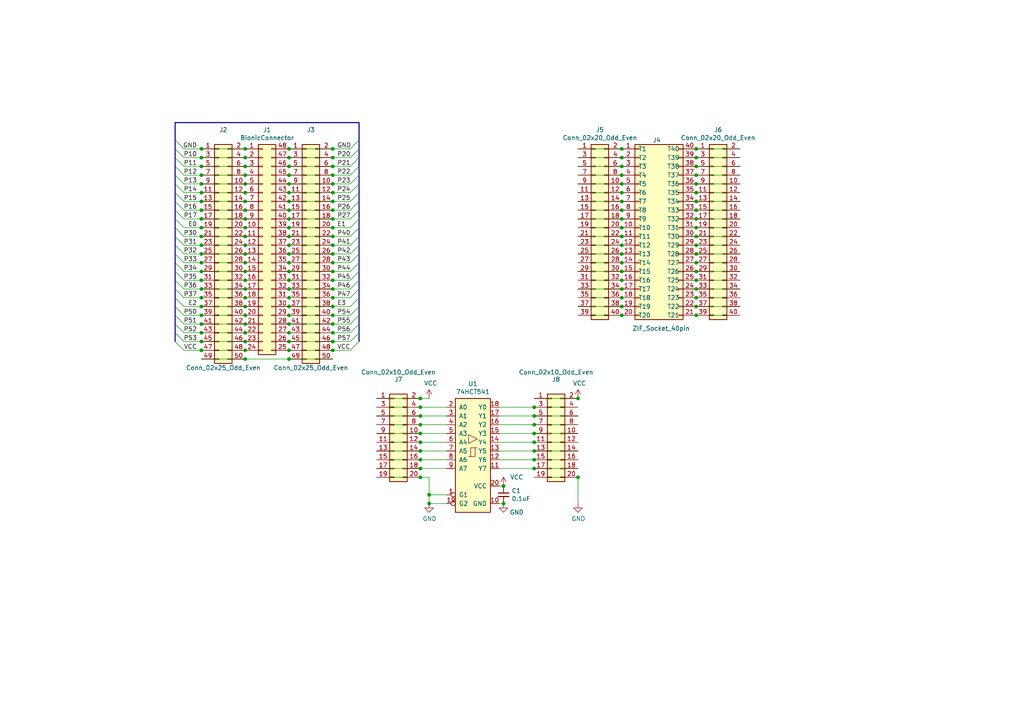
<source format=kicad_sch>
(kicad_sch (version 20211123) (generator eeschema)
  (paper "A4")
  (title_block (title "BionicMezzanine DIP40") (date "2021-11-03") (rev "1") (company "Tadashi G. Takaoka"))
  (lib_symbols
    (symbol "0-LocalLibrary:74HCT541" (pin_names (offset 1.016))
      (property "Reference" "U" (at -7.62 16.51 0))
      (property "Value" "74HCT541" (at -7.62 -20.32 0))
      (symbol "74HCT541_1_0"
        (pin input inverted (at -7.62 -12.7 0) (length 2.54) (name "G1") (number "1"))
        (pin power_in line (at 7.62 -15.24 180) (length 2.54) (name "GND") (number "10"))
        (pin output line (at 7.62 -5.08 180) (length 2.54) (name "Y7") (number "11"))
        (pin output line (at 7.62 -2.54 180) (length 2.54) (name "Y6") (number "12"))
        (pin output line (at 7.62 0 180) (length 2.54) (name "Y5") (number "13"))
        (pin output line (at 7.62 2.54 180) (length 2.54) (name "Y4") (number "14"))
        (pin output line (at 7.62 5.08 180) (length 2.54) (name "Y3") (number "15"))
        (pin output line (at 7.62 7.62 180) (length 2.54) (name "Y2") (number "16"))
        (pin output line (at 7.62 10.16 180) (length 2.54) (name "Y1") (number "17"))
        (pin output line (at 7.62 12.7 180) (length 2.54) (name "Y0") (number "18"))
        (pin input inverted (at -7.62 -15.24 0) (length 2.54) (name "G2") (number "19"))
        (pin input line (at -7.62 12.7 0) (length 2.54) (name "A0") (number "2"))
        (pin power_in line (at 7.62 -10.16 180) (length 2.54) (name "VCC") (number "20"))
        (pin input line (at -7.62 10.16 0) (length 2.54) (name "A1") (number "3"))
        (pin input line (at -7.62 7.62 0) (length 2.54) (name "A2") (number "4"))
        (pin input line (at -7.62 5.08 0) (length 2.54) (name "A3") (number "5"))
        (pin input line (at -7.62 2.54 0) (length 2.54) (name "A4") (number "6"))
        (pin input line (at -7.62 0 0) (length 2.54) (name "A5") (number "7"))
        (pin input line (at -7.62 -2.54 0) (length 2.54) (name "A6") (number "8"))
        (pin input line (at -7.62 -5.08 0) (length 2.54) (name "A7") (number "9"))
      )
    )
    (symbol "0-LocalLibrary:BionicConnector" (pin_names (offset 0) hide)
      (property "Reference" "J" (at 3.81 30.48 0))
      (property "Value" "BionicConnector" (at 3.81 33.02 0))
      (symbol "BionicConnector_1_1"
        (pin power_out line (at -5.08 27.94 0) (length 3.81) (name "GND") (number "1"))
        (pin bidirectional line (at -5.08 5.08 0) (length 3.81) (name "E0") (number "10"))
        (pin bidirectional line (at -5.08 2.54 0) (length 3.81) (name "P20") (number "11"))
        (pin bidirectional line (at -5.08 0 0) (length 3.81) (name "P21") (number "12"))
        (pin bidirectional line (at -5.08 -2.54 0) (length 3.81) (name "P22") (number "13"))
        (pin bidirectional line (at -5.08 -5.08 0) (length 3.81) (name "P23") (number "14"))
        (pin bidirectional line (at -5.08 -7.62 0) (length 3.81) (name "P24") (number "15"))
        (pin bidirectional line (at -5.08 -10.16 0) (length 3.81) (name "P25") (number "16"))
        (pin bidirectional line (at -5.08 -12.7 0) (length 3.81) (name "P26") (number "17"))
        (pin bidirectional line (at -5.08 -15.24 0) (length 3.81) (name "P27") (number "18"))
        (pin bidirectional line (at -5.08 -17.78 0) (length 3.81) (name "E2") (number "19"))
        (pin bidirectional line (at -5.08 25.4 0) (length 3.81) (name "P10") (number "2"))
        (pin bidirectional line (at -5.08 -20.32 0) (length 3.81) (name "P50") (number "20"))
        (pin bidirectional line (at -5.08 -22.86 0) (length 3.81) (name "P51") (number "21"))
        (pin bidirectional line (at -5.08 -25.4 0) (length 3.81) (name "P52") (number "22"))
        (pin bidirectional line (at -5.08 -27.94 0) (length 3.81) (name "P53") (number "23"))
        (pin power_out line (at -5.08 -30.48 0) (length 3.81) (name "VCC") (number "24"))
        (pin power_in line (at 7.62 -30.48 180) (length 3.81) (name "VCC") (number "25"))
        (pin bidirectional line (at 7.62 -27.94 180) (length 3.81) (name "P57") (number "26"))
        (pin bidirectional line (at 7.62 -25.4 180) (length 3.81) (name "P56") (number "27"))
        (pin bidirectional line (at 7.62 -22.86 180) (length 3.81) (name "P55") (number "28"))
        (pin bidirectional line (at 7.62 -20.32 180) (length 3.81) (name "P54") (number "29"))
        (pin bidirectional line (at -5.08 22.86 0) (length 3.81) (name "P11") (number "3"))
        (pin bidirectional line (at 7.62 -17.78 180) (length 3.81) (name "E3") (number "30"))
        (pin bidirectional line (at 7.62 -15.24 180) (length 3.81) (name "P47") (number "31"))
        (pin bidirectional line (at 7.62 -12.7 180) (length 3.81) (name "P46") (number "32"))
        (pin bidirectional line (at 7.62 -10.16 180) (length 3.81) (name "P45") (number "33"))
        (pin bidirectional line (at 7.62 -7.62 180) (length 3.81) (name "P44") (number "34"))
        (pin bidirectional line (at 7.62 -5.08 180) (length 3.81) (name "P43") (number "35"))
        (pin bidirectional line (at 7.62 -2.54 180) (length 3.81) (name "P42") (number "36"))
        (pin bidirectional line (at 7.62 0 180) (length 3.81) (name "P41") (number "37"))
        (pin bidirectional line (at 7.62 2.54 180) (length 3.81) (name "P40") (number "38"))
        (pin bidirectional line (at 7.62 5.08 180) (length 3.81) (name "E1") (number "39"))
        (pin bidirectional line (at -5.08 20.32 0) (length 3.81) (name "P12") (number "4"))
        (pin bidirectional line (at 7.62 7.62 180) (length 3.81) (name "P37") (number "40"))
        (pin bidirectional line (at 7.62 10.16 180) (length 3.81) (name "P36") (number "41"))
        (pin bidirectional line (at 7.62 12.7 180) (length 3.81) (name "P35") (number "42"))
        (pin bidirectional line (at 7.62 15.24 180) (length 3.81) (name "P34") (number "43"))
        (pin bidirectional line (at 7.62 17.78 180) (length 3.81) (name "P33") (number "44"))
        (pin bidirectional line (at 7.62 20.32 180) (length 3.81) (name "P32") (number "45"))
        (pin bidirectional line (at 7.62 22.86 180) (length 3.81) (name "P31") (number "46"))
        (pin bidirectional line (at 7.62 25.4 180) (length 3.81) (name "P30") (number "47"))
        (pin power_in line (at 7.62 27.94 180) (length 3.81) (name "GND") (number "48"))
        (pin bidirectional line (at -5.08 17.78 0) (length 3.81) (name "P13") (number "5"))
        (pin bidirectional line (at -5.08 15.24 0) (length 3.81) (name "P14") (number "6"))
        (pin bidirectional line (at -5.08 12.7 0) (length 3.81) (name "P15") (number "7"))
        (pin bidirectional line (at -5.08 10.16 0) (length 3.81) (name "P16") (number "8"))
        (pin bidirectional line (at -5.08 7.62 0) (length 3.81) (name "P17") (number "9"))
      )
    )
    (symbol "0-LocalLibrary:ZIF_Socket_40pin" (pin_names (offset 1.016))
      (property "Reference" "J" (at 3.81 25.4 0))
      (property "Value" "ZIF_Socket_40pin" (at 5.08 -30.48 0))
      (symbol "ZIF_Socket_40pin_1_1"
        (pin passive line (at -5.08 22.86 0) (length 3.81) (name "T1") (number "1"))
        (pin passive line (at -5.08 0 0) (length 3.81) (name "T10") (number "10"))
        (pin passive line (at -5.08 -2.54 0) (length 3.81) (name "T11") (number "11"))
        (pin passive line (at -5.08 -5.08 0) (length 3.81) (name "T12") (number "12"))
        (pin passive line (at -5.08 -7.62 0) (length 3.81) (name "T13") (number "13"))
        (pin passive line (at -5.08 -10.16 0) (length 3.81) (name "T14") (number "14"))
        (pin passive line (at -5.08 -12.7 0) (length 3.81) (name "T15") (number "15"))
        (pin passive line (at -5.08 -15.24 0) (length 3.81) (name "T16") (number "16"))
        (pin passive line (at -5.08 -17.78 0) (length 3.81) (name "T17") (number "17"))
        (pin passive line (at -5.08 -20.32 0) (length 3.81) (name "T18") (number "18"))
        (pin passive line (at -5.08 -22.86 0) (length 3.81) (name "T19") (number "19"))
        (pin passive line (at -5.08 20.32 0) (length 3.81) (name "T2") (number "2"))
        (pin passive line (at -5.08 -25.4 0) (length 3.81) (name "T20") (number "20"))
        (pin passive line (at 16.51 -25.4 180) (length 3.81) (name "T21") (number "21"))
        (pin passive line (at 16.51 -22.86 180) (length 3.81) (name "T22") (number "22"))
        (pin passive line (at 16.51 -20.32 180) (length 3.81) (name "T23") (number "23"))
        (pin passive line (at 16.51 -17.78 180) (length 3.81) (name "T24") (number "24"))
        (pin passive line (at 16.51 -15.24 180) (length 3.81) (name "T25") (number "25"))
        (pin passive line (at 16.51 -12.7 180) (length 3.81) (name "T26") (number "26"))
        (pin passive line (at 16.51 -10.16 180) (length 3.81) (name "T27") (number "27"))
        (pin passive line (at 16.51 -7.62 180) (length 3.81) (name "T28") (number "28"))
        (pin passive line (at 16.51 -5.08 180) (length 3.81) (name "T29") (number "29"))
        (pin passive line (at -5.08 17.78 0) (length 3.81) (name "T3") (number "3"))
        (pin passive line (at 16.51 -2.54 180) (length 3.81) (name "T30") (number "30"))
        (pin passive line (at 16.51 0 180) (length 3.81) (name "T31") (number "31"))
        (pin passive line (at 16.51 2.54 180) (length 3.81) (name "T32") (number "32"))
        (pin passive line (at 16.51 5.08 180) (length 3.81) (name "T33") (number "33"))
        (pin passive line (at 16.51 7.62 180) (length 3.81) (name "T34") (number "34"))
        (pin passive line (at 16.51 10.16 180) (length 3.81) (name "T35") (number "35"))
        (pin passive line (at 16.51 12.7 180) (length 3.81) (name "T36") (number "36"))
        (pin passive line (at 16.51 15.24 180) (length 3.81) (name "T37") (number "37"))
        (pin passive line (at 16.51 17.78 180) (length 3.81) (name "T38") (number "38"))
        (pin passive line (at 16.51 20.32 180) (length 3.81) (name "T39") (number "39"))
        (pin passive line (at -5.08 15.24 0) (length 3.81) (name "T4") (number "4"))
        (pin passive line (at 16.51 22.86 180) (length 3.81) (name "T40") (number "40"))
        (pin passive line (at -5.08 12.7 0) (length 3.81) (name "T5") (number "5"))
        (pin passive line (at -5.08 10.16 0) (length 3.81) (name "T6") (number "6"))
        (pin passive line (at -5.08 7.62 0) (length 3.81) (name "T7") (number "7"))
        (pin passive line (at -5.08 5.08 0) (length 3.81) (name "T8") (number "8"))
        (pin passive line (at -5.08 2.54 0) (length 3.81) (name "T9") (number "9"))
      )
    )
    (symbol "Connector_Generic:Conn_02x10_Odd_Even" (pin_names (offset 1.016) hide)
      (property "Reference" "J" (at 1.27 12.7 0))
      (property "Value" "Conn_02x10_Odd_Even" (at 1.27 -15.24 0))
      (symbol "Conn_02x10_Odd_Even_1_1"
        (pin passive line (at -5.08 10.16 0) (length 3.81) (name "Pin_1") (number "1"))
        (pin passive line (at 7.62 0 180) (length 3.81) (name "Pin_10") (number "10"))
        (pin passive line (at -5.08 -2.54 0) (length 3.81) (name "Pin_11") (number "11"))
        (pin passive line (at 7.62 -2.54 180) (length 3.81) (name "Pin_12") (number "12"))
        (pin passive line (at -5.08 -5.08 0) (length 3.81) (name "Pin_13") (number "13"))
        (pin passive line (at 7.62 -5.08 180) (length 3.81) (name "Pin_14") (number "14"))
        (pin passive line (at -5.08 -7.62 0) (length 3.81) (name "Pin_15") (number "15"))
        (pin passive line (at 7.62 -7.62 180) (length 3.81) (name "Pin_16") (number "16"))
        (pin passive line (at -5.08 -10.16 0) (length 3.81) (name "Pin_17") (number "17"))
        (pin passive line (at 7.62 -10.16 180) (length 3.81) (name "Pin_18") (number "18"))
        (pin passive line (at -5.08 -12.7 0) (length 3.81) (name "Pin_19") (number "19"))
        (pin passive line (at 7.62 10.16 180) (length 3.81) (name "Pin_2") (number "2"))
        (pin passive line (at 7.62 -12.7 180) (length 3.81) (name "Pin_20") (number "20"))
        (pin passive line (at -5.08 7.62 0) (length 3.81) (name "Pin_3") (number "3"))
        (pin passive line (at 7.62 7.62 180) (length 3.81) (name "Pin_4") (number "4"))
        (pin passive line (at -5.08 5.08 0) (length 3.81) (name "Pin_5") (number "5"))
        (pin passive line (at 7.62 5.08 180) (length 3.81) (name "Pin_6") (number "6"))
        (pin passive line (at -5.08 2.54 0) (length 3.81) (name "Pin_7") (number "7"))
        (pin passive line (at 7.62 2.54 180) (length 3.81) (name "Pin_8") (number "8"))
        (pin passive line (at -5.08 0 0) (length 3.81) (name "Pin_9") (number "9"))
      )
    )
    (symbol "Connector_Generic:Conn_02x20_Odd_Even" (pin_names (offset 1.016) hide)
      (property "Reference" "J" (at 1.27 25.4 0))
      (property "Value" "Conn_02x20_Odd_Even" (at 1.27 -27.94 0))
      (symbol "Conn_02x20_Odd_Even_1_1"
        (pin passive line (at -5.08 22.86 0) (length 3.81) (name "Pin_1") (number "1"))
        (pin passive line (at 7.62 12.7 180) (length 3.81) (name "Pin_10") (number "10"))
        (pin passive line (at -5.08 10.16 0) (length 3.81) (name "Pin_11") (number "11"))
        (pin passive line (at 7.62 10.16 180) (length 3.81) (name "Pin_12") (number "12"))
        (pin passive line (at -5.08 7.62 0) (length 3.81) (name "Pin_13") (number "13"))
        (pin passive line (at 7.62 7.62 180) (length 3.81) (name "Pin_14") (number "14"))
        (pin passive line (at -5.08 5.08 0) (length 3.81) (name "Pin_15") (number "15"))
        (pin passive line (at 7.62 5.08 180) (length 3.81) (name "Pin_16") (number "16"))
        (pin passive line (at -5.08 2.54 0) (length 3.81) (name "Pin_17") (number "17"))
        (pin passive line (at 7.62 2.54 180) (length 3.81) (name "Pin_18") (number "18"))
        (pin passive line (at -5.08 0 0) (length 3.81) (name "Pin_19") (number "19"))
        (pin passive line (at 7.62 22.86 180) (length 3.81) (name "Pin_2") (number "2"))
        (pin passive line (at 7.62 0 180) (length 3.81) (name "Pin_20") (number "20"))
        (pin passive line (at -5.08 -2.54 0) (length 3.81) (name "Pin_21") (number "21"))
        (pin passive line (at 7.62 -2.54 180) (length 3.81) (name "Pin_22") (number "22"))
        (pin passive line (at -5.08 -5.08 0) (length 3.81) (name "Pin_23") (number "23"))
        (pin passive line (at 7.62 -5.08 180) (length 3.81) (name "Pin_24") (number "24"))
        (pin passive line (at -5.08 -7.62 0) (length 3.81) (name "Pin_25") (number "25"))
        (pin passive line (at 7.62 -7.62 180) (length 3.81) (name "Pin_26") (number "26"))
        (pin passive line (at -5.08 -10.16 0) (length 3.81) (name "Pin_27") (number "27"))
        (pin passive line (at 7.62 -10.16 180) (length 3.81) (name "Pin_28") (number "28"))
        (pin passive line (at -5.08 -12.7 0) (length 3.81) (name "Pin_29") (number "29"))
        (pin passive line (at -5.08 20.32 0) (length 3.81) (name "Pin_3") (number "3"))
        (pin passive line (at 7.62 -12.7 180) (length 3.81) (name "Pin_30") (number "30"))
        (pin passive line (at -5.08 -15.24 0) (length 3.81) (name "Pin_31") (number "31"))
        (pin passive line (at 7.62 -15.24 180) (length 3.81) (name "Pin_32") (number "32"))
        (pin passive line (at -5.08 -17.78 0) (length 3.81) (name "Pin_33") (number "33"))
        (pin passive line (at 7.62 -17.78 180) (length 3.81) (name "Pin_34") (number "34"))
        (pin passive line (at -5.08 -20.32 0) (length 3.81) (name "Pin_35") (number "35"))
        (pin passive line (at 7.62 -20.32 180) (length 3.81) (name "Pin_36") (number "36"))
        (pin passive line (at -5.08 -22.86 0) (length 3.81) (name "Pin_37") (number "37"))
        (pin passive line (at 7.62 -22.86 180) (length 3.81) (name "Pin_38") (number "38"))
        (pin passive line (at -5.08 -25.4 0) (length 3.81) (name "Pin_39") (number "39"))
        (pin passive line (at 7.62 20.32 180) (length 3.81) (name "Pin_4") (number "4"))
        (pin passive line (at 7.62 -25.4 180) (length 3.81) (name "Pin_40") (number "40"))
        (pin passive line (at -5.08 17.78 0) (length 3.81) (name "Pin_5") (number "5"))
        (pin passive line (at 7.62 17.78 180) (length 3.81) (name "Pin_6") (number "6"))
        (pin passive line (at -5.08 15.24 0) (length 3.81) (name "Pin_7") (number "7"))
        (pin passive line (at 7.62 15.24 180) (length 3.81) (name "Pin_8") (number "8"))
        (pin passive line (at -5.08 12.7 0) (length 3.81) (name "Pin_9") (number "9"))
      )
    )
    (symbol "Connector_Generic:Conn_02x25_Odd_Even" (pin_names (offset 1.016) hide)
      (property "Reference" "J" (at 1.27 33.02 0))
      (property "Value" "Conn_02x25_Odd_Even" (at 1.27 -33.02 0))
      (symbol "Conn_02x25_Odd_Even_1_1"
        (pin passive line (at -5.08 30.48 0) (length 3.81) (name "Pin_1") (number "1"))
        (pin passive line (at 7.62 20.32 180) (length 3.81) (name "Pin_10") (number "10"))
        (pin passive line (at -5.08 17.78 0) (length 3.81) (name "Pin_11") (number "11"))
        (pin passive line (at 7.62 17.78 180) (length 3.81) (name "Pin_12") (number "12"))
        (pin passive line (at -5.08 15.24 0) (length 3.81) (name "Pin_13") (number "13"))
        (pin passive line (at 7.62 15.24 180) (length 3.81) (name "Pin_14") (number "14"))
        (pin passive line (at -5.08 12.7 0) (length 3.81) (name "Pin_15") (number "15"))
        (pin passive line (at 7.62 12.7 180) (length 3.81) (name "Pin_16") (number "16"))
        (pin passive line (at -5.08 10.16 0) (length 3.81) (name "Pin_17") (number "17"))
        (pin passive line (at 7.62 10.16 180) (length 3.81) (name "Pin_18") (number "18"))
        (pin passive line (at -5.08 7.62 0) (length 3.81) (name "Pin_19") (number "19"))
        (pin passive line (at 7.62 30.48 180) (length 3.81) (name "Pin_2") (number "2"))
        (pin passive line (at 7.62 7.62 180) (length 3.81) (name "Pin_20") (number "20"))
        (pin passive line (at -5.08 5.08 0) (length 3.81) (name "Pin_21") (number "21"))
        (pin passive line (at 7.62 5.08 180) (length 3.81) (name "Pin_22") (number "22"))
        (pin passive line (at -5.08 2.54 0) (length 3.81) (name "Pin_23") (number "23"))
        (pin passive line (at 7.62 2.54 180) (length 3.81) (name "Pin_24") (number "24"))
        (pin passive line (at -5.08 0 0) (length 3.81) (name "Pin_25") (number "25"))
        (pin passive line (at 7.62 0 180) (length 3.81) (name "Pin_26") (number "26"))
        (pin passive line (at -5.08 -2.54 0) (length 3.81) (name "Pin_27") (number "27"))
        (pin passive line (at 7.62 -2.54 180) (length 3.81) (name "Pin_28") (number "28"))
        (pin passive line (at -5.08 -5.08 0) (length 3.81) (name "Pin_29") (number "29"))
        (pin passive line (at -5.08 27.94 0) (length 3.81) (name "Pin_3") (number "3"))
        (pin passive line (at 7.62 -5.08 180) (length 3.81) (name "Pin_30") (number "30"))
        (pin passive line (at -5.08 -7.62 0) (length 3.81) (name "Pin_31") (number "31"))
        (pin passive line (at 7.62 -7.62 180) (length 3.81) (name "Pin_32") (number "32"))
        (pin passive line (at -5.08 -10.16 0) (length 3.81) (name "Pin_33") (number "33"))
        (pin passive line (at 7.62 -10.16 180) (length 3.81) (name "Pin_34") (number "34"))
        (pin passive line (at -5.08 -12.7 0) (length 3.81) (name "Pin_35") (number "35"))
        (pin passive line (at 7.62 -12.7 180) (length 3.81) (name "Pin_36") (number "36"))
        (pin passive line (at -5.08 -15.24 0) (length 3.81) (name "Pin_37") (number "37"))
        (pin passive line (at 7.62 -15.24 180) (length 3.81) (name "Pin_38") (number "38"))
        (pin passive line (at -5.08 -17.78 0) (length 3.81) (name "Pin_39") (number "39"))
        (pin passive line (at 7.62 27.94 180) (length 3.81) (name "Pin_4") (number "4"))
        (pin passive line (at 7.62 -17.78 180) (length 3.81) (name "Pin_40") (number "40"))
        (pin passive line (at -5.08 -20.32 0) (length 3.81) (name "Pin_41") (number "41"))
        (pin passive line (at 7.62 -20.32 180) (length 3.81) (name "Pin_42") (number "42"))
        (pin passive line (at -5.08 -22.86 0) (length 3.81) (name "Pin_43") (number "43"))
        (pin passive line (at 7.62 -22.86 180) (length 3.81) (name "Pin_44") (number "44"))
        (pin passive line (at -5.08 -25.4 0) (length 3.81) (name "Pin_45") (number "45"))
        (pin passive line (at 7.62 -25.4 180) (length 3.81) (name "Pin_46") (number "46"))
        (pin passive line (at -5.08 -27.94 0) (length 3.81) (name "Pin_47") (number "47"))
        (pin passive line (at 7.62 -27.94 180) (length 3.81) (name "Pin_48") (number "48"))
        (pin passive line (at -5.08 -30.48 0) (length 3.81) (name "Pin_49") (number "49"))
        (pin passive line (at -5.08 25.4 0) (length 3.81) (name "Pin_5") (number "5"))
        (pin passive line (at 7.62 -30.48 180) (length 3.81) (name "Pin_50") (number "50"))
        (pin passive line (at 7.62 25.4 180) (length 3.81) (name "Pin_6") (number "6"))
        (pin passive line (at -5.08 22.86 0) (length 3.81) (name "Pin_7") (number "7"))
        (pin passive line (at 7.62 22.86 180) (length 3.81) (name "Pin_8") (number "8"))
        (pin passive line (at -5.08 20.32 0) (length 3.81) (name "Pin_9") (number "9"))
      )
    )
    (symbol "Device:C_Small" (pin_numbers hide) (pin_names (offset 0.254) hide)
      (property "Reference" "C" (at 0.254 1.778 0))
      (property "Value" "C_Small" (at 0.254 -2.032 0))
      (symbol "C_Small_1_1"
        (pin passive line (at 0 2.54 270) (length 2.032) (name "~") (number "1"))
        (pin passive line (at 0 -2.54 90) (length 2.032) (name "~") (number "2"))
      )
    )
    (symbol "power:GND" (power) (pin_names (offset 0))
      (property "Value" "GND" (at 0 -3.81 0))
      (symbol "GND_1_1"
        (pin power_in line (at 0 0 270) (length 0) hide (name "GND") (number "1"))
      )
    )
    (symbol "power:VCC" (power) (pin_names (offset 0))
      (property "Value" "VCC" (at 0 3.81 0))
      (symbol "VCC_1_1"
        (pin power_in line (at 0 0 90) (length 0) hide (name "VCC") (number "1"))
      )
    )
  )
  (junction (at 180.34 86.36))
  (junction (at 58.42 93.98))
  (junction (at 58.42 50.8))
  (junction (at 83.82 99.06))
  (junction (at 96.52 81.28))
  (junction (at 71.12 60.96))
  (junction (at 201.93 68.58))
  (junction (at 58.42 76.2))
  (junction (at 121.92 120.65))
  (junction (at 71.12 50.8))
  (junction (at 201.93 66.04))
  (junction (at 201.93 45.72))
  (junction (at 154.94 130.81))
  (junction (at 201.93 71.12))
  (junction (at 180.34 91.44))
  (junction (at 71.12 48.26))
  (junction (at 201.93 58.42))
  (junction (at 96.52 88.9))
  (junction (at 96.52 101.6))
  (junction (at 58.42 83.82))
  (junction (at 121.92 138.43))
  (junction (at 201.93 50.8))
  (junction (at 83.82 43.18))
  (junction (at 96.52 83.82))
  (junction (at 58.42 45.72))
  (junction (at 201.93 86.36))
  (junction (at 83.82 63.5))
  (junction (at 83.82 96.52))
  (junction (at 58.42 53.34))
  (junction (at 96.52 43.18))
  (junction (at 58.42 48.26))
  (junction (at 83.82 104.14))
  (junction (at 180.34 45.72))
  (junction (at 58.42 58.42))
  (junction (at 71.12 81.28))
  (junction (at 71.12 53.34))
  (junction (at 154.94 133.35))
  (junction (at 180.34 48.26))
  (junction (at 201.93 81.28))
  (junction (at 154.94 118.11))
  (junction (at 83.82 91.44))
  (junction (at 154.94 120.65))
  (junction (at 58.42 78.74))
  (junction (at 201.93 91.44))
  (junction (at 201.93 55.88))
  (junction (at 96.52 99.06))
  (junction (at 71.12 58.42))
  (junction (at 71.12 86.36))
  (junction (at 83.82 68.58))
  (junction (at 71.12 83.82))
  (junction (at 180.34 78.74))
  (junction (at 180.34 53.34))
  (junction (at 71.12 93.98))
  (junction (at 83.82 83.82))
  (junction (at 121.92 135.89))
  (junction (at 146.05 146.05))
  (junction (at 58.42 96.52))
  (junction (at 121.92 123.19))
  (junction (at 154.94 125.73))
  (junction (at 180.34 83.82))
  (junction (at 83.82 55.88))
  (junction (at 58.42 63.5))
  (junction (at 71.12 71.12))
  (junction (at 201.93 43.18))
  (junction (at 96.52 60.96))
  (junction (at 71.12 104.14))
  (junction (at 96.52 76.2))
  (junction (at 96.52 93.98))
  (junction (at 180.34 60.96))
  (junction (at 180.34 71.12))
  (junction (at 71.12 101.6))
  (junction (at 83.82 93.98))
  (junction (at 71.12 45.72))
  (junction (at 83.82 58.42))
  (junction (at 71.12 43.18))
  (junction (at 96.52 58.42))
  (junction (at 180.34 88.9))
  (junction (at 201.93 60.96))
  (junction (at 83.82 66.04))
  (junction (at 83.82 53.34))
  (junction (at 180.34 81.28))
  (junction (at 96.52 55.88))
  (junction (at 180.34 55.88))
  (junction (at 83.82 48.26))
  (junction (at 58.42 81.28))
  (junction (at 154.94 128.27))
  (junction (at 180.34 43.18))
  (junction (at 96.52 63.5))
  (junction (at 121.92 133.35))
  (junction (at 180.34 58.42))
  (junction (at 180.34 63.5))
  (junction (at 83.82 76.2))
  (junction (at 83.82 78.74))
  (junction (at 58.42 73.66))
  (junction (at 58.42 68.58))
  (junction (at 180.34 76.2))
  (junction (at 121.92 128.27))
  (junction (at 96.52 86.36))
  (junction (at 58.42 88.9))
  (junction (at 71.12 78.74))
  (junction (at 83.82 101.6))
  (junction (at 83.82 81.28))
  (junction (at 96.52 66.04))
  (junction (at 71.12 99.06))
  (junction (at 154.94 123.19))
  (junction (at 201.93 76.2))
  (junction (at 71.12 63.5))
  (junction (at 146.05 140.97))
  (junction (at 58.42 71.12))
  (junction (at 96.52 73.66))
  (junction (at 124.46 143.51))
  (junction (at 124.46 146.05))
  (junction (at 96.52 50.8))
  (junction (at 180.34 50.8))
  (junction (at 58.42 60.96))
  (junction (at 71.12 96.52))
  (junction (at 96.52 91.44))
  (junction (at 201.93 88.9))
  (junction (at 180.34 66.04))
  (junction (at 71.12 76.2))
  (junction (at 83.82 60.96))
  (junction (at 58.42 55.88))
  (junction (at 121.92 130.81))
  (junction (at 180.34 68.58))
  (junction (at 201.93 53.34))
  (junction (at 96.52 96.52))
  (junction (at 201.93 48.26))
  (junction (at 121.92 125.73))
  (junction (at 71.12 73.66))
  (junction (at 83.82 50.8))
  (junction (at 201.93 63.5))
  (junction (at 83.82 45.72))
  (junction (at 96.52 53.34))
  (junction (at 58.42 86.36))
  (junction (at 71.12 91.44))
  (junction (at 58.42 43.18))
  (junction (at 96.52 48.26))
  (junction (at 58.42 101.6))
  (junction (at 121.92 115.57))
  (junction (at 71.12 68.58))
  (junction (at 167.64 115.57))
  (junction (at 83.82 71.12))
  (junction (at 83.82 86.36))
  (junction (at 96.52 68.58))
  (junction (at 201.93 73.66))
  (junction (at 71.12 88.9))
  (junction (at 121.92 118.11))
  (junction (at 58.42 66.04))
  (junction (at 58.42 91.44))
  (junction (at 167.64 138.43))
  (junction (at 96.52 45.72))
  (junction (at 58.42 99.06))
  (junction (at 201.93 78.74))
  (junction (at 201.93 83.82))
  (junction (at 71.12 55.88))
  (junction (at 71.12 66.04))
  (junction (at 83.82 88.9))
  (junction (at 96.52 78.74))
  (junction (at 96.52 71.12))
  (junction (at 83.82 73.66))
  (junction (at 154.94 135.89))
  (junction (at 180.34 73.66))
  (bus_entry (at 104.14 99.06) (size -2.54 2.54))
  (bus_entry (at 50.8 60.96) (size 2.54 2.54))
  (bus_entry (at 104.14 66.04) (size -2.54 2.54))
  (bus_entry (at 50.8 71.12) (size 2.54 2.54))
  (bus_entry (at 104.14 81.28) (size -2.54 2.54))
  (bus_entry (at 50.8 58.42) (size 2.54 2.54))
  (bus_entry (at 50.8 73.66) (size 2.54 2.54))
  (bus_entry (at 104.14 88.9) (size -2.54 2.54))
  (bus_entry (at 104.14 63.5) (size -2.54 2.54))
  (bus_entry (at 50.8 78.74) (size 2.54 2.54))
  (bus_entry (at 104.14 91.44) (size -2.54 2.54))
  (bus_entry (at 50.8 93.98) (size 2.54 2.54))
  (bus_entry (at 50.8 43.18) (size 2.54 2.54))
  (bus_entry (at 50.8 99.06) (size 2.54 2.54))
  (bus_entry (at 104.14 78.74) (size -2.54 2.54))
  (bus_entry (at 50.8 66.04) (size 2.54 2.54))
  (bus_entry (at 50.8 83.82) (size 2.54 2.54))
  (bus_entry (at 50.8 45.72) (size 2.54 2.54))
  (bus_entry (at 104.14 50.8) (size -2.54 2.54))
  (bus_entry (at 104.14 73.66) (size -2.54 2.54))
  (bus_entry (at 104.14 96.52) (size -2.54 2.54))
  (bus_entry (at 50.8 63.5) (size 2.54 2.54))
  (bus_entry (at 104.14 55.88) (size -2.54 2.54))
  (bus_entry (at 104.14 53.34) (size -2.54 2.54))
  (bus_entry (at 104.14 83.82) (size -2.54 2.54))
  (bus_entry (at 50.8 40.64) (size 2.54 2.54))
  (bus_entry (at 104.14 60.96) (size -2.54 2.54))
  (bus_entry (at 104.14 68.58) (size -2.54 2.54))
  (bus_entry (at 50.8 53.34) (size 2.54 2.54))
  (bus_entry (at 50.8 50.8) (size 2.54 2.54))
  (bus_entry (at 104.14 71.12) (size -2.54 2.54))
  (bus_entry (at 50.8 88.9) (size 2.54 2.54))
  (bus_entry (at 50.8 96.52) (size 2.54 2.54))
  (bus_entry (at 50.8 76.2) (size 2.54 2.54))
  (bus_entry (at 50.8 55.88) (size 2.54 2.54))
  (bus_entry (at 104.14 93.98) (size -2.54 2.54))
  (bus_entry (at 50.8 48.26) (size 2.54 2.54))
  (bus_entry (at 104.14 40.64) (size -2.54 2.54))
  (bus_entry (at 50.8 91.44) (size 2.54 2.54))
  (bus_entry (at 104.14 45.72) (size -2.54 2.54))
  (bus_entry (at 104.14 76.2) (size -2.54 2.54))
  (bus_entry (at 104.14 86.36) (size -2.54 2.54))
  (bus_entry (at 50.8 86.36) (size 2.54 2.54))
  (bus_entry (at 104.14 48.26) (size -2.54 2.54))
  (bus_entry (at 50.8 81.28) (size 2.54 2.54))
  (bus_entry (at 104.14 43.18) (size -2.54 2.54))
  (bus_entry (at 50.8 68.58) (size 2.54 2.54))
  (bus_entry (at 104.14 58.42) (size -2.54 2.54))
  (wire (pts (xy 214.63 83.82) (xy 201.93 83.82)))
  (wire (pts (xy 53.34 101.6) (xy 58.42 101.6)))
  (wire (pts (xy 201.93 76.2) (xy 214.63 76.2)))
  (wire (pts (xy 101.6 99.06) (xy 96.52 99.06)))
  (wire (pts (xy 214.63 63.5) (xy 201.93 63.5)))
  (wire (pts (xy 109.22 130.81) (xy 121.92 130.81)))
  (bus (pts (xy 50.8 81.28) (xy 50.8 83.82)))
  (wire (pts (xy 167.64 125.73) (xy 154.94 125.73)))
  (wire (pts (xy 96.52 50.8) (xy 101.6 50.8)))
  (bus (pts (xy 104.14 86.36) (xy 104.14 88.9)))
  (wire (pts (xy 58.42 96.52) (xy 71.12 96.52)))
  (bus (pts (xy 50.8 50.8) (xy 50.8 53.34)))
  (wire (pts (xy 121.92 115.57) (xy 109.22 115.57)))
  (bus (pts (xy 50.8 63.5) (xy 50.8 66.04)))
  (wire (pts (xy 58.42 104.14) (xy 71.12 104.14)))
  (wire (pts (xy 96.52 68.58) (xy 101.6 68.58)))
  (wire (pts (xy 167.64 73.66) (xy 180.34 73.66)))
  (wire (pts (xy 58.42 88.9) (xy 53.34 88.9)))
  (wire (pts (xy 58.42 50.8) (xy 53.34 50.8)))
  (wire (pts (xy 154.94 120.65) (xy 144.78 120.65)))
  (wire (pts (xy 180.34 91.44) (xy 167.64 91.44)))
  (bus (pts (xy 50.8 93.98) (xy 50.8 96.52)))
  (wire (pts (xy 144.78 140.97) (xy 146.05 140.97)))
  (wire (pts (xy 96.52 66.04) (xy 101.6 66.04)))
  (wire (pts (xy 121.92 130.81) (xy 129.54 130.81)))
  (wire (pts (xy 58.42 73.66) (xy 53.34 73.66)))
  (wire (pts (xy 71.12 48.26) (xy 58.42 48.26)))
  (wire (pts (xy 167.64 135.89) (xy 154.94 135.89)))
  (wire (pts (xy 129.54 123.19) (xy 121.92 123.19)))
  (bus (pts (xy 50.8 43.18) (xy 50.8 45.72)))
  (wire (pts (xy 180.34 55.88) (xy 167.64 55.88)))
  (wire (pts (xy 121.92 138.43) (xy 109.22 138.43)))
  (wire (pts (xy 53.34 99.06) (xy 58.42 99.06)))
  (bus (pts (xy 50.8 78.74) (xy 50.8 81.28)))
  (wire (pts (xy 53.34 53.34) (xy 58.42 53.34)))
  (wire (pts (xy 58.42 50.8) (xy 71.12 50.8)))
  (wire (pts (xy 96.52 48.26) (xy 83.82 48.26)))
  (wire (pts (xy 214.63 53.34) (xy 201.93 53.34)))
  (wire (pts (xy 58.42 48.26) (xy 53.34 48.26)))
  (wire (pts (xy 167.64 83.82) (xy 180.34 83.82)))
  (bus (pts (xy 104.14 76.2) (xy 104.14 78.74)))
  (wire (pts (xy 96.52 78.74) (xy 101.6 78.74)))
  (bus (pts (xy 104.14 48.26) (xy 104.14 50.8)))
  (wire (pts (xy 96.52 63.5) (xy 101.6 63.5)))
  (wire (pts (xy 58.42 66.04) (xy 71.12 66.04)))
  (wire (pts (xy 121.92 135.89) (xy 129.54 135.89)))
  (wire (pts (xy 201.93 91.44) (xy 214.63 91.44)))
  (bus (pts (xy 104.14 60.96) (xy 104.14 63.5)))
  (wire (pts (xy 96.52 53.34) (xy 101.6 53.34)))
  (wire (pts (xy 124.46 115.57) (xy 121.92 115.57)))
  (wire (pts (xy 201.93 81.28) (xy 214.63 81.28)))
  (wire (pts (xy 124.46 143.51) (xy 129.54 143.51)))
  (wire (pts (xy 96.52 43.18) (xy 83.82 43.18)))
  (wire (pts (xy 58.42 45.72) (xy 71.12 45.72)))
  (wire (pts (xy 180.34 86.36) (xy 167.64 86.36)))
  (wire (pts (xy 96.52 73.66) (xy 101.6 73.66)))
  (wire (pts (xy 58.42 91.44) (xy 53.34 91.44)))
  (wire (pts (xy 167.64 48.26) (xy 180.34 48.26)))
  (bus (pts (xy 104.14 43.18) (xy 104.14 45.72)))
  (wire (pts (xy 214.63 58.42) (xy 201.93 58.42)))
  (wire (pts (xy 83.82 86.36) (xy 96.52 86.36)))
  (wire (pts (xy 58.42 71.12) (xy 53.34 71.12)))
  (bus (pts (xy 104.14 88.9) (xy 104.14 91.44)))
  (bus (pts (xy 50.8 73.66) (xy 50.8 76.2)))
  (wire (pts (xy 96.52 96.52) (xy 83.82 96.52)))
  (bus (pts (xy 50.8 88.9) (xy 50.8 91.44)))
  (bus (pts (xy 104.14 78.74) (xy 104.14 81.28)))
  (wire (pts (xy 96.52 55.88) (xy 101.6 55.88)))
  (wire (pts (xy 146.05 146.05) (xy 144.78 146.05)))
  (wire (pts (xy 144.78 128.27) (xy 154.94 128.27)))
  (wire (pts (xy 58.42 55.88) (xy 71.12 55.88)))
  (wire (pts (xy 96.52 76.2) (xy 101.6 76.2)))
  (wire (pts (xy 53.34 93.98) (xy 58.42 93.98)))
  (wire (pts (xy 154.94 125.73) (xy 144.78 125.73)))
  (wire (pts (xy 121.92 138.43) (xy 124.46 138.43)))
  (wire (pts (xy 101.6 96.52) (xy 96.52 96.52)))
  (wire (pts (xy 83.82 99.06) (xy 96.52 99.06)))
  (wire (pts (xy 96.52 104.14) (xy 83.82 104.14)))
  (wire (pts (xy 96.52 48.26) (xy 101.6 48.26)))
  (wire (pts (xy 201.93 86.36) (xy 214.63 86.36)))
  (wire (pts (xy 129.54 120.65) (xy 121.92 120.65)))
  (wire (pts (xy 58.42 83.82) (xy 53.34 83.82)))
  (wire (pts (xy 71.12 78.74) (xy 58.42 78.74)))
  (wire (pts (xy 71.12 63.5) (xy 58.42 63.5)))
  (wire (pts (xy 167.64 88.9) (xy 180.34 88.9)))
  (wire (pts (xy 96.52 88.9) (xy 101.6 88.9)))
  (bus (pts (xy 50.8 58.42) (xy 50.8 60.96)))
  (wire (pts (xy 167.64 58.42) (xy 180.34 58.42)))
  (wire (pts (xy 109.22 128.27) (xy 121.92 128.27)))
  (wire (pts (xy 180.34 50.8) (xy 167.64 50.8)))
  (bus (pts (xy 104.14 81.28) (xy 104.14 83.82)))
  (wire (pts (xy 96.52 68.58) (xy 83.82 68.58)))
  (wire (pts (xy 53.34 76.2) (xy 58.42 76.2)))
  (bus (pts (xy 50.8 83.82) (xy 50.8 86.36)))
  (wire (pts (xy 83.82 45.72) (xy 96.52 45.72)))
  (bus (pts (xy 50.8 53.34) (xy 50.8 55.88)))
  (wire (pts (xy 167.64 120.65) (xy 154.94 120.65)))
  (wire (pts (xy 96.52 86.36) (xy 101.6 86.36)))
  (wire (pts (xy 58.42 63.5) (xy 53.34 63.5)))
  (bus (pts (xy 104.14 93.98) (xy 104.14 96.52)))
  (wire (pts (xy 167.64 130.81) (xy 154.94 130.81)))
  (wire (pts (xy 129.54 125.73) (xy 121.92 125.73)))
  (wire (pts (xy 96.52 60.96) (xy 101.6 60.96)))
  (wire (pts (xy 96.52 71.12) (xy 101.6 71.12)))
  (wire (pts (xy 83.82 50.8) (xy 96.52 50.8)))
  (wire (pts (xy 201.93 60.96) (xy 214.63 60.96)))
  (bus (pts (xy 50.8 45.72) (xy 50.8 48.26)))
  (wire (pts (xy 121.92 133.35) (xy 129.54 133.35)))
  (wire (pts (xy 180.34 71.12) (xy 167.64 71.12)))
  (bus (pts (xy 50.8 48.26) (xy 50.8 50.8)))
  (wire (pts (xy 144.78 133.35) (xy 154.94 133.35)))
  (wire (pts (xy 71.12 43.18) (xy 58.42 43.18)))
  (wire (pts (xy 154.94 138.43) (xy 167.64 138.43)))
  (bus (pts (xy 104.14 40.64) (xy 104.14 43.18)))
  (wire (pts (xy 58.42 86.36) (xy 71.12 86.36)))
  (bus (pts (xy 104.14 55.88) (xy 104.14 58.42)))
  (bus (pts (xy 104.14 71.12) (xy 104.14 73.66)))
  (wire (pts (xy 167.64 53.34) (xy 180.34 53.34)))
  (wire (pts (xy 83.82 76.2) (xy 96.52 76.2)))
  (wire (pts (xy 83.82 55.88) (xy 96.52 55.88)))
  (wire (pts (xy 83.82 81.28) (xy 96.52 81.28)))
  (bus (pts (xy 50.8 91.44) (xy 50.8 93.98)))
  (wire (pts (xy 83.82 66.04) (xy 96.52 66.04)))
  (wire (pts (xy 53.34 96.52) (xy 58.42 96.52)))
  (wire (pts (xy 71.12 104.14) (xy 83.82 104.14)))
  (wire (pts (xy 83.82 93.98) (xy 96.52 93.98)))
  (wire (pts (xy 96.52 81.28) (xy 101.6 81.28)))
  (wire (pts (xy 214.63 73.66) (xy 201.93 73.66)))
  (wire (pts (xy 109.22 135.89) (xy 121.92 135.89)))
  (wire (pts (xy 144.78 118.11) (xy 154.94 118.11)))
  (wire (pts (xy 71.12 73.66) (xy 58.42 73.66)))
  (wire (pts (xy 96.52 101.6) (xy 83.82 101.6)))
  (wire (pts (xy 96.52 53.34) (xy 83.82 53.34)))
  (wire (pts (xy 58.42 78.74) (xy 53.34 78.74)))
  (wire (pts (xy 58.42 60.96) (xy 71.12 60.96)))
  (wire (pts (xy 144.78 123.19) (xy 154.94 123.19)))
  (bus (pts (xy 104.14 50.8) (xy 104.14 53.34)))
  (wire (pts (xy 201.93 45.72) (xy 214.63 45.72)))
  (wire (pts (xy 154.94 135.89) (xy 144.78 135.89)))
  (wire (pts (xy 58.42 68.58) (xy 53.34 68.58)))
  (wire (pts (xy 121.92 125.73) (xy 109.22 125.73)))
  (wire (pts (xy 83.82 60.96) (xy 96.52 60.96)))
  (bus (pts (xy 104.14 45.72) (xy 104.14 48.26)))
  (wire (pts (xy 121.92 118.11) (xy 109.22 118.11)))
  (wire (pts (xy 96.52 91.44) (xy 83.82 91.44)))
  (bus (pts (xy 50.8 35.56) (xy 50.8 40.64)))
  (wire (pts (xy 124.46 146.05) (xy 129.54 146.05)))
  (wire (pts (xy 96.52 78.74) (xy 83.82 78.74)))
  (wire (pts (xy 167.64 138.43) (xy 167.64 146.05)))
  (wire (pts (xy 58.42 86.36) (xy 53.34 86.36)))
  (wire (pts (xy 58.42 76.2) (xy 71.12 76.2)))
  (bus (pts (xy 50.8 60.96) (xy 50.8 63.5)))
  (wire (pts (xy 71.12 53.34) (xy 58.42 53.34)))
  (wire (pts (xy 109.22 133.35) (xy 121.92 133.35)))
  (wire (pts (xy 58.42 71.12) (xy 71.12 71.12)))
  (wire (pts (xy 180.34 81.28) (xy 167.64 81.28)))
  (wire (pts (xy 71.12 68.58) (xy 58.42 68.58)))
  (wire (pts (xy 124.46 138.43) (xy 124.46 143.51)))
  (wire (pts (xy 96.52 63.5) (xy 83.82 63.5)))
  (wire (pts (xy 96.52 58.42) (xy 83.82 58.42)))
  (bus (pts (xy 50.8 71.12) (xy 50.8 73.66)))
  (wire (pts (xy 201.93 71.12) (xy 214.63 71.12)))
  (wire (pts (xy 121.92 123.19) (xy 109.22 123.19)))
  (wire (pts (xy 201.93 66.04) (xy 214.63 66.04)))
  (wire (pts (xy 167.64 63.5) (xy 180.34 63.5)))
  (wire (pts (xy 58.42 66.04) (xy 53.34 66.04)))
  (wire (pts (xy 154.94 123.19) (xy 167.64 123.19)))
  (wire (pts (xy 167.64 78.74) (xy 180.34 78.74)))
  (wire (pts (xy 96.52 58.42) (xy 101.6 58.42)))
  (wire (pts (xy 214.63 48.26) (xy 201.93 48.26)))
  (wire (pts (xy 214.63 68.58) (xy 201.93 68.58)))
  (wire (pts (xy 83.82 71.12) (xy 96.52 71.12)))
  (wire (pts (xy 83.82 88.9) (xy 96.52 88.9)))
  (bus (pts (xy 104.14 83.82) (xy 104.14 86.36)))
  (bus (pts (xy 50.8 76.2) (xy 50.8 78.74)))
  (wire (pts (xy 214.63 78.74) (xy 201.93 78.74)))
  (bus (pts (xy 104.14 53.34) (xy 104.14 55.88)))
  (wire (pts (xy 58.42 101.6) (xy 71.12 101.6)))
  (wire (pts (xy 101.6 101.6) (xy 96.52 101.6)))
  (wire (pts (xy 71.12 99.06) (xy 58.42 99.06)))
  (wire (pts (xy 58.42 45.72) (xy 53.34 45.72)))
  (wire (pts (xy 71.12 83.82) (xy 58.42 83.82)))
  (wire (pts (xy 58.42 81.28) (xy 71.12 81.28)))
  (wire (pts (xy 154.94 115.57) (xy 167.64 115.57)))
  (wire (pts (xy 214.63 43.18) (xy 201.93 43.18)))
  (wire (pts (xy 58.42 55.88) (xy 53.34 55.88)))
  (wire (pts (xy 101.6 93.98) (xy 96.52 93.98)))
  (bus (pts (xy 50.8 96.52) (xy 50.8 99.06)))
  (wire (pts (xy 167.64 68.58) (xy 180.34 68.58)))
  (bus (pts (xy 104.14 35.56) (xy 50.8 35.56)))
  (wire (pts (xy 201.93 50.8) (xy 214.63 50.8)))
  (wire (pts (xy 154.94 128.27) (xy 167.64 128.27)))
  (wire (pts (xy 96.52 83.82) (xy 101.6 83.82)))
  (bus (pts (xy 104.14 73.66) (xy 104.14 76.2)))
  (wire (pts (xy 53.34 43.18) (xy 58.42 43.18)))
  (wire (pts (xy 101.6 43.18) (xy 96.52 43.18)))
  (wire (pts (xy 58.42 91.44) (xy 71.12 91.44)))
  (wire (pts (xy 180.34 66.04) (xy 167.64 66.04)))
  (wire (pts (xy 180.34 60.96) (xy 167.64 60.96)))
  (wire (pts (xy 154.94 130.81) (xy 144.78 130.81)))
  (bus (pts (xy 104.14 35.56) (xy 104.14 40.64)))
  (bus (pts (xy 50.8 55.88) (xy 50.8 58.42)))
  (bus (pts (xy 50.8 68.58) (xy 50.8 71.12)))
  (wire (pts (xy 154.94 118.11) (xy 167.64 118.11)))
  (bus (pts (xy 104.14 68.58) (xy 104.14 71.12)))
  (bus (pts (xy 50.8 66.04) (xy 50.8 68.58)))
  (bus (pts (xy 50.8 86.36) (xy 50.8 88.9)))
  (wire (pts (xy 201.93 55.88) (xy 214.63 55.88)))
  (wire (pts (xy 101.6 91.44) (xy 96.52 91.44)))
  (wire (pts (xy 121.92 128.27) (xy 129.54 128.27)))
  (wire (pts (xy 129.54 118.11) (xy 121.92 118.11)))
  (wire (pts (xy 124.46 143.51) (xy 124.46 146.05)))
  (wire (pts (xy 121.92 120.65) (xy 109.22 120.65)))
  (wire (pts (xy 96.52 83.82) (xy 83.82 83.82)))
  (wire (pts (xy 154.94 133.35) (xy 167.64 133.35)))
  (bus (pts (xy 104.14 58.42) (xy 104.14 60.96)))
  (bus (pts (xy 50.8 40.64) (xy 50.8 43.18)))
  (wire (pts (xy 96.52 73.66) (xy 83.82 73.66)))
  (wire (pts (xy 96.52 45.72) (xy 101.6 45.72)))
  (wire (pts (xy 180.34 76.2) (xy 167.64 76.2)))
  (wire (pts (xy 53.34 81.28) (xy 58.42 81.28)))
  (bus (pts (xy 104.14 63.5) (xy 104.14 66.04)))
  (wire (pts (xy 58.42 60.96) (xy 53.34 60.96)))
  (bus (pts (xy 104.14 91.44) (xy 104.14 93.98)))
  (wire (pts (xy 180.34 45.72) (xy 167.64 45.72)))
  (wire (pts (xy 71.12 58.42) (xy 58.42 58.42)))
  (wire (pts (xy 214.63 88.9) (xy 201.93 88.9)))
  (wire (pts (xy 71.12 88.9) (xy 58.42 88.9)))
  (bus (pts (xy 104.14 96.52) (xy 104.14 99.06)))
  (bus (pts (xy 104.14 66.04) (xy 104.14 68.58)))
  (wire (pts (xy 167.64 43.18) (xy 180.34 43.18)))
  (wire (pts (xy 71.12 93.98) (xy 58.42 93.98)))
  (wire (pts (xy 53.34 58.42) (xy 58.42 58.42)))
  (label "P41" (at 97.79 71.12 0))
  (label "P11" (at 57.15 48.26 180))
  (label "P25" (at 97.79 58.42 0))
  (label "P34" (at 57.15 78.74 180))
  (label "E0" (at 57.15 66.04 180))
  (label "E3" (at 97.79 88.9 0))
  (label "P44" (at 97.79 78.74 0))
  (label "VCC" (at 57.15 101.6 180))
  (label "P13" (at 57.15 53.34 180))
  (label "P22" (at 97.79 50.8 0))
  (label "P21" (at 97.79 48.26 0))
  (label "P26" (at 97.79 60.96 0))
  (label "P12" (at 57.15 50.8 180))
  (label "P46" (at 97.79 83.82 0))
  (label "P15" (at 57.15 58.42 180))
  (label "E2" (at 57.15 88.9 180))
  (label "E1" (at 97.79 66.04 0))
  (label "P47" (at 97.79 86.36 0))
  (label "P43" (at 97.79 76.2 0))
  (label "P42" (at 97.79 73.66 0))
  (label "P16" (at 57.15 60.96 180))
  (label "P33" (at 57.15 76.2 180))
  (label "P45" (at 97.79 81.28 0))
  (label "P17" (at 57.15 63.5 180))
  (label "P50" (at 57.15 91.44 180))
  (label "P55" (at 97.79 93.98 0))
  (label "P51" (at 57.15 93.98 180))
  (label "P32" (at 57.15 73.66 180))
  (label "P20" (at 97.79 45.72 0))
  (label "P57" (at 97.79 99.06 0))
  (label "P24" (at 97.79 55.88 0))
  (label "P54" (at 97.79 91.44 0))
  (label "P30" (at 57.15 68.58 180))
  (label "P52" (at 57.15 96.52 180))
  (label "P10" (at 57.15 45.72 180))
  (label "P37" (at 57.15 86.36 180))
  (label "P56" (at 97.79 96.52 0))
  (label "VCC" (at 97.79 101.6 0))
  (label "P40" (at 97.79 68.58 0))
  (label "P53" (at 57.15 99.06 180))
  (label "P35" (at 57.15 81.28 180))
  (label "GND" (at 97.79 43.18 0))
  (label "P36" (at 57.15 83.82 180))
  (label "P27" (at 97.79 63.5 0))
  (label "GND" (at 57.15 43.18 180))
  (label "P31" (at 57.15 71.12 180))
  (label "P14" (at 57.15 55.88 180))
  (label "P23" (at 97.79 53.34 0))
  (symbol (lib_id "power:VCC") (at -1352.55 -1136.65 0) (unit 1)
    (property "Reference" "#PWR01" (effects hide))
    (property "Value" "VCC" (at -1352.1182 -1141.0442 0))
  )
  (symbol (lib_id "0-LocalLibrary:ZIF_Socket_40pin") (at 185.42 66.04 0) (unit 1)
    (property "Reference" "J4" (at 190.5 40.64 0))
    (property "Value" "ZIF_Socket_40pin" (at 191.77 95.25 0))
    (property "Footprint" "0-LocalLibrary:Aries_ZIF_socket_DIP-40-pin" (effects hide))
    (property "Datasheet" "https://www.arieselec.com/wp-content/uploads/2020/02/10001-universal-dip-zif-test-socket.pdf" (effects hide))
  )
  (symbol (lib_id "Connector_Generic:Conn_02x25_Odd_Even") (at 63.5 73.66 0) (unit 1)
    (property "Reference" "J2" (at 64.77 37.6682 0))
    (property "Value" "Conn_02x25_Odd_Even" (at 64.77 106.68 0))
    (property "Footprint" "Connector_PinSocket_2.54mm:PinSocket_2x25_P2.54mm_Vertical" (effects hide))
  )
  (symbol (lib_id "Connector_Generic:Conn_02x25_Odd_Even") (at 88.9 73.66 0) (unit 1)
    (property "Reference" "J3" (at 90.17 37.6682 0))
    (property "Value" "Conn_02x25_Odd_Even" (at 90.17 106.68 0))
    (property "Footprint" "Connector_PinSocket_2.54mm:PinSocket_2x25_P2.54mm_Vertical" (effects hide))
  )
  (symbol (lib_id "Connector_Generic:Conn_02x20_Odd_Even") (at 172.72 66.04 0) (unit 1)
    (property "Reference" "J5" (at 173.99 37.6682 0))
    (property "Value" "Conn_02x20_Odd_Even" (at 173.99 39.9796 0))
    (property "Footprint" "Connector_PinSocket_2.54mm:PinSocket_2x20_P2.54mm_Vertical" (effects hide))
  )
  (symbol (lib_id "Connector_Generic:Conn_02x20_Odd_Even") (at 207.01 66.04 0) (unit 1)
    (property "Reference" "J6" (at 208.28 37.6682 0))
    (property "Value" "Conn_02x20_Odd_Even" (at 208.28 39.9796 0))
    (property "Footprint" "Connector_PinSocket_2.54mm:PinSocket_2x20_P2.54mm_Vertical" (effects hide))
  )
  (symbol (lib_id "0-LocalLibrary:BionicConnector") (at 76.2 71.12 0) (unit 1)
    (property "Reference" "J1" (at 77.47 37.6682 0))
    (property "Value" "BionicConnector" (at 77.47 39.9796 0))
    (property "Footprint" "0-LocalLibrary:DIP-48_W10.16mm" (effects hide))
    (property "Datasheet" "https://www.arieselec.com/wp-content/uploads/2020/02/10001-universal-dip-zif-test-socket.pdf" (effects hide))
  )
  (symbol (lib_id "0-LocalLibrary:74HCT541") (at 137.16 130.81 0) (unit 1)
    (property "Reference" "U1" (at 137.16 111.3282 0))
    (property "Value" "74HCT541" (at 137.16 113.6396 0))
    (property "Footprint" "Package_DIP:DIP-20_W7.62mm" (effects hide))
    (property "Datasheet" "http://www.ti.com/lit/gpn/sn74HCT541" (effects hide))
  )
  (symbol (lib_id "Device:C_Small") (at 146.05 143.51 0) (unit 1)
    (property "Reference" "C1" (at 148.3868 142.3416 0) (effects (justify left)))
    (property "Value" "0.1uF" (at 148.3868 144.653 0) (effects (justify left)))
    (property "Footprint" "Capacitor_THT:C_Disc_D3.0mm_W1.6mm_P2.50mm" (effects hide))
  )
  (symbol (lib_id "power:GND") (at 146.05 146.05 0) (unit 1)
    (property "Reference" "#PWR04" (effects hide))
    (property "Value" "GND" (at 149.86 148.59 0))
  )
  (symbol (lib_id "power:VCC") (at 146.05 140.97 0) (unit 1)
    (property "Reference" "#PWR03" (effects hide))
    (property "Value" "VCC" (at 149.86 138.43 0))
  )
  (symbol (lib_id "Connector_Generic:Conn_02x10_Odd_Even") (at 114.3 125.73 0) (unit 1)
    (property "Reference" "J7" (at 115.57 110.0582 0))
    (property "Value" "Conn_02x10_Odd_Even" (at 115.57 107.95 0))
    (property "Footprint" "Connector_PinSocket_2.54mm:PinSocket_2x10_P2.54mm_Vertical" (effects hide))
  )
  (symbol (lib_id "power:GND") (at 124.46 146.05 0) (unit 1)
    (property "Reference" "#PWR02" (effects hide))
    (property "Value" "GND" (at 124.587 150.4442 0))
  )
  (symbol (lib_id "Connector_Generic:Conn_02x10_Odd_Even") (at 160.02 125.73 0) (unit 1)
    (property "Reference" "J8" (at 161.29 110.0582 0))
    (property "Value" "Conn_02x10_Odd_Even" (at 161.29 107.95 0))
    (property "Footprint" "Connector_PinSocket_2.54mm:PinSocket_2x10_P2.54mm_Vertical" (effects hide))
  )
  (symbol (lib_id "power:GND") (at 167.64 146.05 0) (unit 1)
    (property "Reference" "#PWR05" (effects hide))
    (property "Value" "GND" (at 167.767 150.4442 0))
  )
  (symbol (lib_id "power:VCC") (at 124.46 115.57 0) (unit 1)
    (property "Reference" "#PWR0101" (effects hide))
    (property "Value" "VCC" (at 124.8918 111.1758 0))
  )
  (symbol (lib_id "power:VCC") (at 167.64 115.57 0) (unit 1)
    (property "Reference" "#PWR0102" (effects hide))
    (property "Value" "VCC" (at 168.0718 111.1758 0))
  )
)
</source>
